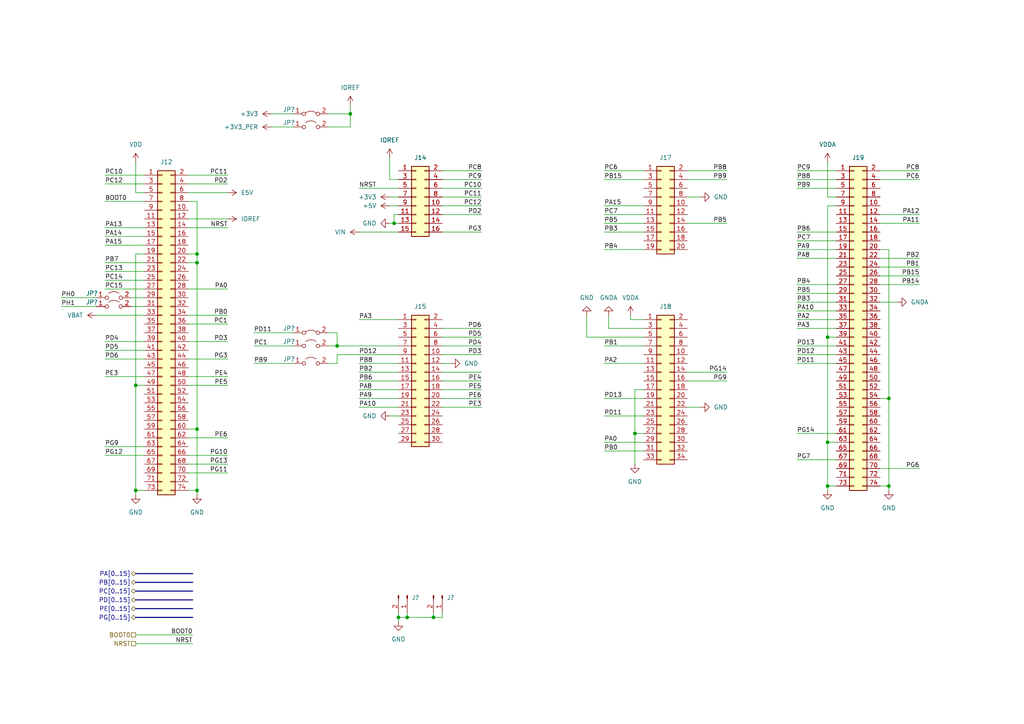
<source format=kicad_sch>
(kicad_sch (version 20230121) (generator eeschema)
  (paper "A4")
  (lib_symbols
    (symbol "Connector:Conn_01x02_Pin" (pin_names (offset 1.016) hide)
      (property "Reference" "J" (at 0 2.54 0))
      (property "Value" "Conn_01x02_Pin" (at 0 -5.08 0))
      (symbol "Conn_01x02_Pin_1_1"
        (pin passive line (at 5.08 0 180) (length 3.81) (name "Pin_1") (number "1"))
        (pin passive line (at 5.08 -2.54 180) (length 3.81) (name "Pin_2") (number "2"))
      )
    )
    (symbol "Connector_Generic:Conn_02x08_Odd_Even" (pin_names (offset 1.016) hide)
      (property "Reference" "J" (at 1.27 10.16 0))
      (property "Value" "Conn_02x08_Odd_Even" (at 1.27 -12.7 0))
      (symbol "Conn_02x08_Odd_Even_1_1"
        (pin passive line (at -5.08 7.62 0) (length 3.81) (name "Pin_1") (number "1"))
        (pin passive line (at 7.62 -2.54 180) (length 3.81) (name "Pin_10") (number "10"))
        (pin passive line (at -5.08 -5.08 0) (length 3.81) (name "Pin_11") (number "11"))
        (pin passive line (at 7.62 -5.08 180) (length 3.81) (name "Pin_12") (number "12"))
        (pin passive line (at -5.08 -7.62 0) (length 3.81) (name "Pin_13") (number "13"))
        (pin passive line (at 7.62 -7.62 180) (length 3.81) (name "Pin_14") (number "14"))
        (pin passive line (at -5.08 -10.16 0) (length 3.81) (name "Pin_15") (number "15"))
        (pin passive line (at 7.62 -10.16 180) (length 3.81) (name "Pin_16") (number "16"))
        (pin passive line (at 7.62 7.62 180) (length 3.81) (name "Pin_2") (number "2"))
        (pin passive line (at -5.08 5.08 0) (length 3.81) (name "Pin_3") (number "3"))
        (pin passive line (at 7.62 5.08 180) (length 3.81) (name "Pin_4") (number "4"))
        (pin passive line (at -5.08 2.54 0) (length 3.81) (name "Pin_5") (number "5"))
        (pin passive line (at 7.62 2.54 180) (length 3.81) (name "Pin_6") (number "6"))
        (pin passive line (at -5.08 0 0) (length 3.81) (name "Pin_7") (number "7"))
        (pin passive line (at 7.62 0 180) (length 3.81) (name "Pin_8") (number "8"))
        (pin passive line (at -5.08 -2.54 0) (length 3.81) (name "Pin_9") (number "9"))
      )
    )
    (symbol "Connector_Generic:Conn_02x10_Odd_Even" (pin_names (offset 1.016) hide)
      (property "Reference" "J" (at 1.27 12.7 0))
      (property "Value" "Conn_02x10_Odd_Even" (at 1.27 -15.24 0))
      (symbol "Conn_02x10_Odd_Even_1_1"
        (pin passive line (at -5.08 10.16 0) (length 3.81) (name "Pin_1") (number "1"))
        (pin passive line (at 7.62 0 180) (length 3.81) (name "Pin_10") (number "10"))
        (pin passive line (at -5.08 -2.54 0) (length 3.81) (name "Pin_11") (number "11"))
        (pin passive line (at 7.62 -2.54 180) (length 3.81) (name "Pin_12") (number "12"))
        (pin passive line (at -5.08 -5.08 0) (length 3.81) (name "Pin_13") (number "13"))
        (pin passive line (at 7.62 -5.08 180) (length 3.81) (name "Pin_14") (number "14"))
        (pin passive line (at -5.08 -7.62 0) (length 3.81) (name "Pin_15") (number "15"))
        (pin passive line (at 7.62 -7.62 180) (length 3.81) (name "Pin_16") (number "16"))
        (pin passive line (at -5.08 -10.16 0) (length 3.81) (name "Pin_17") (number "17"))
        (pin passive line (at 7.62 -10.16 180) (length 3.81) (name "Pin_18") (number "18"))
        (pin passive line (at -5.08 -12.7 0) (length 3.81) (name "Pin_19") (number "19"))
        (pin passive line (at 7.62 10.16 180) (length 3.81) (name "Pin_2") (number "2"))
        (pin passive line (at 7.62 -12.7 180) (length 3.81) (name "Pin_20") (number "20"))
        (pin passive line (at -5.08 7.62 0) (length 3.81) (name "Pin_3") (number "3"))
        (pin passive line (at 7.62 7.62 180) (length 3.81) (name "Pin_4") (number "4"))
        (pin passive line (at -5.08 5.08 0) (length 3.81) (name "Pin_5") (number "5"))
        (pin passive line (at 7.62 5.08 180) (length 3.81) (name "Pin_6") (number "6"))
        (pin passive line (at -5.08 2.54 0) (length 3.81) (name "Pin_7") (number "7"))
        (pin passive line (at 7.62 2.54 180) (length 3.81) (name "Pin_8") (number "8"))
        (pin passive line (at -5.08 0 0) (length 3.81) (name "Pin_9") (number "9"))
      )
    )
    (symbol "Connector_Generic:Conn_02x15_Odd_Even" (pin_names (offset 1.016) hide)
      (property "Reference" "J" (at 1.27 20.32 0))
      (property "Value" "Conn_02x15_Odd_Even" (at 1.27 -20.32 0))
      (symbol "Conn_02x15_Odd_Even_1_1"
        (pin passive line (at -5.08 17.78 0) (length 3.81) (name "Pin_1") (number "1"))
        (pin passive line (at 7.62 7.62 180) (length 3.81) (name "Pin_10") (number "10"))
        (pin passive line (at -5.08 5.08 0) (length 3.81) (name "Pin_11") (number "11"))
        (pin passive line (at 7.62 5.08 180) (length 3.81) (name "Pin_12") (number "12"))
        (pin passive line (at -5.08 2.54 0) (length 3.81) (name "Pin_13") (number "13"))
        (pin passive line (at 7.62 2.54 180) (length 3.81) (name "Pin_14") (number "14"))
        (pin passive line (at -5.08 0 0) (length 3.81) (name "Pin_15") (number "15"))
        (pin passive line (at 7.62 0 180) (length 3.81) (name "Pin_16") (number "16"))
        (pin passive line (at -5.08 -2.54 0) (length 3.81) (name "Pin_17") (number "17"))
        (pin passive line (at 7.62 -2.54 180) (length 3.81) (name "Pin_18") (number "18"))
        (pin passive line (at -5.08 -5.08 0) (length 3.81) (name "Pin_19") (number "19"))
        (pin passive line (at 7.62 17.78 180) (length 3.81) (name "Pin_2") (number "2"))
        (pin passive line (at 7.62 -5.08 180) (length 3.81) (name "Pin_20") (number "20"))
        (pin passive line (at -5.08 -7.62 0) (length 3.81) (name "Pin_21") (number "21"))
        (pin passive line (at 7.62 -7.62 180) (length 3.81) (name "Pin_22") (number "22"))
        (pin passive line (at -5.08 -10.16 0) (length 3.81) (name "Pin_23") (number "23"))
        (pin passive line (at 7.62 -10.16 180) (length 3.81) (name "Pin_24") (number "24"))
        (pin passive line (at -5.08 -12.7 0) (length 3.81) (name "Pin_25") (number "25"))
        (pin passive line (at 7.62 -12.7 180) (length 3.81) (name "Pin_26") (number "26"))
        (pin passive line (at -5.08 -15.24 0) (length 3.81) (name "Pin_27") (number "27"))
        (pin passive line (at 7.62 -15.24 180) (length 3.81) (name "Pin_28") (number "28"))
        (pin passive line (at -5.08 -17.78 0) (length 3.81) (name "Pin_29") (number "29"))
        (pin passive line (at -5.08 15.24 0) (length 3.81) (name "Pin_3") (number "3"))
        (pin passive line (at 7.62 -17.78 180) (length 3.81) (name "Pin_30") (number "30"))
        (pin passive line (at 7.62 15.24 180) (length 3.81) (name "Pin_4") (number "4"))
        (pin passive line (at -5.08 12.7 0) (length 3.81) (name "Pin_5") (number "5"))
        (pin passive line (at 7.62 12.7 180) (length 3.81) (name "Pin_6") (number "6"))
        (pin passive line (at -5.08 10.16 0) (length 3.81) (name "Pin_7") (number "7"))
        (pin passive line (at 7.62 10.16 180) (length 3.81) (name "Pin_8") (number "8"))
        (pin passive line (at -5.08 7.62 0) (length 3.81) (name "Pin_9") (number "9"))
      )
    )
    (symbol "Connector_Generic:Conn_02x17_Odd_Even" (pin_names (offset 1.016) hide)
      (property "Reference" "J" (at 1.27 22.86 0))
      (property "Value" "Conn_02x17_Odd_Even" (at 1.27 -22.86 0))
      (symbol "Conn_02x17_Odd_Even_1_1"
        (pin passive line (at -5.08 20.32 0) (length 3.81) (name "Pin_1") (number "1"))
        (pin passive line (at 7.62 10.16 180) (length 3.81) (name "Pin_10") (number "10"))
        (pin passive line (at -5.08 7.62 0) (length 3.81) (name "Pin_11") (number "11"))
        (pin passive line (at 7.62 7.62 180) (length 3.81) (name "Pin_12") (number "12"))
        (pin passive line (at -5.08 5.08 0) (length 3.81) (name "Pin_13") (number "13"))
        (pin passive line (at 7.62 5.08 180) (length 3.81) (name "Pin_14") (number "14"))
        (pin passive line (at -5.08 2.54 0) (length 3.81) (name "Pin_15") (number "15"))
        (pin passive line (at 7.62 2.54 180) (length 3.81) (name "Pin_16") (number "16"))
        (pin passive line (at -5.08 0 0) (length 3.81) (name "Pin_17") (number "17"))
        (pin passive line (at 7.62 0 180) (length 3.81) (name "Pin_18") (number "18"))
        (pin passive line (at -5.08 -2.54 0) (length 3.81) (name "Pin_19") (number "19"))
        (pin passive line (at 7.62 20.32 180) (length 3.81) (name "Pin_2") (number "2"))
        (pin passive line (at 7.62 -2.54 180) (length 3.81) (name "Pin_20") (number "20"))
        (pin passive line (at -5.08 -5.08 0) (length 3.81) (name "Pin_21") (number "21"))
        (pin passive line (at 7.62 -5.08 180) (length 3.81) (name "Pin_22") (number "22"))
        (pin passive line (at -5.08 -7.62 0) (length 3.81) (name "Pin_23") (number "23"))
        (pin passive line (at 7.62 -7.62 180) (length 3.81) (name "Pin_24") (number "24"))
        (pin passive line (at -5.08 -10.16 0) (length 3.81) (name "Pin_25") (number "25"))
        (pin passive line (at 7.62 -10.16 180) (length 3.81) (name "Pin_26") (number "26"))
        (pin passive line (at -5.08 -12.7 0) (length 3.81) (name "Pin_27") (number "27"))
        (pin passive line (at 7.62 -12.7 180) (length 3.81) (name "Pin_28") (number "28"))
        (pin passive line (at -5.08 -15.24 0) (length 3.81) (name "Pin_29") (number "29"))
        (pin passive line (at -5.08 17.78 0) (length 3.81) (name "Pin_3") (number "3"))
        (pin passive line (at 7.62 -15.24 180) (length 3.81) (name "Pin_30") (number "30"))
        (pin passive line (at -5.08 -17.78 0) (length 3.81) (name "Pin_31") (number "31"))
        (pin passive line (at 7.62 -17.78 180) (length 3.81) (name "Pin_32") (number "32"))
        (pin passive line (at -5.08 -20.32 0) (length 3.81) (name "Pin_33") (number "33"))
        (pin passive line (at 7.62 -20.32 180) (length 3.81) (name "Pin_34") (number "34"))
        (pin passive line (at 7.62 17.78 180) (length 3.81) (name "Pin_4") (number "4"))
        (pin passive line (at -5.08 15.24 0) (length 3.81) (name "Pin_5") (number "5"))
        (pin passive line (at 7.62 15.24 180) (length 3.81) (name "Pin_6") (number "6"))
        (pin passive line (at -5.08 12.7 0) (length 3.81) (name "Pin_7") (number "7"))
        (pin passive line (at 7.62 12.7 180) (length 3.81) (name "Pin_8") (number "8"))
        (pin passive line (at -5.08 10.16 0) (length 3.81) (name "Pin_9") (number "9"))
      )
    )
    (symbol "Connector_Generic:Conn_02x37_Odd_Even" (pin_names (offset 1.016) hide)
      (property "Reference" "J" (at 1.27 48.26 0))
      (property "Value" "Conn_02x37_Odd_Even" (at 1.27 -48.26 0))
      (symbol "Conn_02x37_Odd_Even_1_1"
        (pin passive line (at -5.08 45.72 0) (length 3.81) (name "Pin_1") (number "1"))
        (pin passive line (at 7.62 35.56 180) (length 3.81) (name "Pin_10") (number "10"))
        (pin passive line (at -5.08 33.02 0) (length 3.81) (name "Pin_11") (number "11"))
        (pin passive line (at 7.62 33.02 180) (length 3.81) (name "Pin_12") (number "12"))
        (pin passive line (at -5.08 30.48 0) (length 3.81) (name "Pin_13") (number "13"))
        (pin passive line (at 7.62 30.48 180) (length 3.81) (name "Pin_14") (number "14"))
        (pin passive line (at -5.08 27.94 0) (length 3.81) (name "Pin_15") (number "15"))
        (pin passive line (at 7.62 27.94 180) (length 3.81) (name "Pin_16") (number "16"))
        (pin passive line (at -5.08 25.4 0) (length 3.81) (name "Pin_17") (number "17"))
        (pin passive line (at 7.62 25.4 180) (length 3.81) (name "Pin_18") (number "18"))
        (pin passive line (at -5.08 22.86 0) (length 3.81) (name "Pin_19") (number "19"))
        (pin passive line (at 7.62 45.72 180) (length 3.81) (name "Pin_2") (number "2"))
        (pin passive line (at 7.62 22.86 180) (length 3.81) (name "Pin_20") (number "20"))
        (pin passive line (at -5.08 20.32 0) (length 3.81) (name "Pin_21") (number "21"))
        (pin passive line (at 7.62 20.32 180) (length 3.81) (name "Pin_22") (number "22"))
        (pin passive line (at -5.08 17.78 0) (length 3.81) (name "Pin_23") (number "23"))
        (pin passive line (at 7.62 17.78 180) (length 3.81) (name "Pin_24") (number "24"))
        (pin passive line (at -5.08 15.24 0) (length 3.81) (name "Pin_25") (number "25"))
        (pin passive line (at 7.62 15.24 180) (length 3.81) (name "Pin_26") (number "26"))
        (pin passive line (at -5.08 12.7 0) (length 3.81) (name "Pin_27") (number "27"))
        (pin passive line (at 7.62 12.7 180) (length 3.81) (name "Pin_28") (number "28"))
        (pin passive line (at -5.08 10.16 0) (length 3.81) (name "Pin_29") (number "29"))
        (pin passive line (at -5.08 43.18 0) (length 3.81) (name "Pin_3") (number "3"))
        (pin passive line (at 7.62 10.16 180) (length 3.81) (name "Pin_30") (number "30"))
        (pin passive line (at -5.08 7.62 0) (length 3.81) (name "Pin_31") (number "31"))
        (pin passive line (at 7.62 7.62 180) (length 3.81) (name "Pin_32") (number "32"))
        (pin passive line (at -5.08 5.08 0) (length 3.81) (name "Pin_33") (number "33"))
        (pin passive line (at 7.62 5.08 180) (length 3.81) (name "Pin_34") (number "34"))
        (pin passive line (at -5.08 2.54 0) (length 3.81) (name "Pin_35") (number "35"))
        (pin passive line (at 7.62 2.54 180) (length 3.81) (name "Pin_36") (number "36"))
        (pin passive line (at -5.08 0 0) (length 3.81) (name "Pin_37") (number "37"))
        (pin passive line (at 7.62 0 180) (length 3.81) (name "Pin_38") (number "38"))
        (pin passive line (at -5.08 -2.54 0) (length 3.81) (name "Pin_39") (number "39"))
        (pin passive line (at 7.62 43.18 180) (length 3.81) (name "Pin_4") (number "4"))
        (pin passive line (at 7.62 -2.54 180) (length 3.81) (name "Pin_40") (number "40"))
        (pin passive line (at -5.08 -5.08 0) (length 3.81) (name "Pin_41") (number "41"))
        (pin passive line (at 7.62 -5.08 180) (length 3.81) (name "Pin_42") (number "42"))
        (pin passive line (at -5.08 -7.62 0) (length 3.81) (name "Pin_43") (number "43"))
        (pin passive line (at 7.62 -7.62 180) (length 3.81) (name "Pin_44") (number "44"))
        (pin passive line (at -5.08 -10.16 0) (length 3.81) (name "Pin_45") (number "45"))
        (pin passive line (at 7.62 -10.16 180) (length 3.81) (name "Pin_46") (number "46"))
        (pin passive line (at -5.08 -12.7 0) (length 3.81) (name "Pin_47") (number "47"))
        (pin passive line (at 7.62 -12.7 180) (length 3.81) (name "Pin_48") (number "48"))
        (pin passive line (at -5.08 -15.24 0) (length 3.81) (name "Pin_49") (number "49"))
        (pin passive line (at -5.08 40.64 0) (length 3.81) (name "Pin_5") (number "5"))
        (pin passive line (at 7.62 -15.24 180) (length 3.81) (name "Pin_50") (number "50"))
        (pin passive line (at -5.08 -17.78 0) (length 3.81) (name "Pin_51") (number "51"))
        (pin passive line (at 7.62 -17.78 180) (length 3.81) (name "Pin_52") (number "52"))
        (pin passive line (at -5.08 -20.32 0) (length 3.81) (name "Pin_53") (number "53"))
        (pin passive line (at 7.62 -20.32 180) (length 3.81) (name "Pin_54") (number "54"))
        (pin passive line (at -5.08 -22.86 0) (length 3.81) (name "Pin_55") (number "55"))
        (pin passive line (at 7.62 -22.86 180) (length 3.81) (name "Pin_56") (number "56"))
        (pin passive line (at -5.08 -25.4 0) (length 3.81) (name "Pin_57") (number "57"))
        (pin passive line (at 7.62 -25.4 180) (length 3.81) (name "Pin_58") (number "58"))
        (pin passive line (at -5.08 -27.94 0) (length 3.81) (name "Pin_59") (number "59"))
        (pin passive line (at 7.62 40.64 180) (length 3.81) (name "Pin_6") (number "6"))
        (pin passive line (at 7.62 -27.94 180) (length 3.81) (name "Pin_60") (number "60"))
        (pin passive line (at -5.08 -30.48 0) (length 3.81) (name "Pin_61") (number "61"))
        (pin passive line (at 7.62 -30.48 180) (length 3.81) (name "Pin_62") (number "62"))
        (pin passive line (at -5.08 -33.02 0) (length 3.81) (name "Pin_63") (number "63"))
        (pin passive line (at 7.62 -33.02 180) (length 3.81) (name "Pin_64") (number "64"))
        (pin passive line (at -5.08 -35.56 0) (length 3.81) (name "Pin_65") (number "65"))
        (pin passive line (at 7.62 -35.56 180) (length 3.81) (name "Pin_66") (number "66"))
        (pin passive line (at -5.08 -38.1 0) (length 3.81) (name "Pin_67") (number "67"))
        (pin passive line (at 7.62 -38.1 180) (length 3.81) (name "Pin_68") (number "68"))
        (pin passive line (at -5.08 -40.64 0) (length 3.81) (name "Pin_69") (number "69"))
        (pin passive line (at -5.08 38.1 0) (length 3.81) (name "Pin_7") (number "7"))
        (pin passive line (at 7.62 -40.64 180) (length 3.81) (name "Pin_70") (number "70"))
        (pin passive line (at -5.08 -43.18 0) (length 3.81) (name "Pin_71") (number "71"))
        (pin passive line (at 7.62 -43.18 180) (length 3.81) (name "Pin_72") (number "72"))
        (pin passive line (at -5.08 -45.72 0) (length 3.81) (name "Pin_73") (number "73"))
        (pin passive line (at 7.62 -45.72 180) (length 3.81) (name "Pin_74") (number "74"))
        (pin passive line (at 7.62 38.1 180) (length 3.81) (name "Pin_8") (number "8"))
        (pin passive line (at -5.08 35.56 0) (length 3.81) (name "Pin_9") (number "9"))
      )
    )
    (symbol "E5V_1" (power) (pin_names (offset 0))
      (property "Value" "E5V_1" (at 0 3.556 0))
      (symbol "E5V_1_1_1"
        (pin power_in line (at 0 0 90) (length 0) hide (name "E5V") (number "1"))
      )
    )
    (symbol "Jumper:Jumper_2_Bridged" (pin_names (offset 0) hide)
      (property "Reference" "JP" (at 0 1.905 0))
      (property "Value" "Jumper_2_Bridged" (at 0 -2.54 0))
      (symbol "Jumper_2_Bridged_1_1"
        (pin passive line (at -5.08 0 0) (length 2.54) (name "A") (number "1"))
        (pin passive line (at 5.08 0 180) (length 2.54) (name "B") (number "2"))
      )
    )
    (symbol "Jumper:Jumper_2_Open" (pin_names (offset 0) hide)
      (property "Reference" "JP" (at 0 2.794 0))
      (property "Value" "Jumper_2_Open" (at 0 -2.286 0))
      (symbol "Jumper_2_Open_1_1"
        (pin passive line (at -5.08 0 0) (length 2.54) (name "A") (number "1"))
        (pin passive line (at 5.08 0 180) (length 2.54) (name "B") (number "2"))
      )
    )
    (symbol "meshium_duo:+3V3_PER" (power) (pin_names (offset 0))
      (property "Value" "+3V3_PER" (at 0 3.556 0))
      (symbol "+3V3_PER_1_1"
        (pin power_in line (at 0 0 90) (length 0) hide (name "+3V3_PER") (number "1"))
      )
    )
    (symbol "meshium_duo:IOREF" (power) (pin_names (offset 0))
      (property "Value" "IOREF" (at 0 3.556 0))
      (symbol "IOREF_1_1"
        (pin power_in line (at 0 0 90) (length 0) hide (name "IOREF") (number "1"))
      )
    )
    (symbol "meshium_duo:VBAT" (power) (pin_names (offset 0))
      (property "Value" "VBAT" (at 0 3.556 0))
      (symbol "VBAT_1_1"
        (pin power_in line (at 0 0 90) (length 0) hide (name "VBAT") (number "1"))
      )
    )
    (symbol "meshium_duo:VIN" (power) (pin_names (offset 0))
      (property "Value" "VIN" (at 0 3.556 0))
      (symbol "VIN_1_1"
        (pin power_in line (at 0 0 90) (length 0) hide (name "VIN") (number "1"))
      )
    )
    (symbol "power:+3V3" (power) (pin_names (offset 0))
      (property "Value" "+3V3" (at 0 3.556 0))
      (symbol "+3V3_1_1"
        (pin power_in line (at 0 0 90) (length 0) hide (name "+3V3") (number "1"))
      )
    )
    (symbol "power:+5V" (power) (pin_names (offset 0))
      (property "Value" "+5V" (at 0 3.556 0))
      (symbol "+5V_1_1"
        (pin power_in line (at 0 0 90) (length 0) hide (name "+5V") (number "1"))
      )
    )
    (symbol "power:GND" (power) (pin_names (offset 0))
      (property "Value" "GND" (at 0 -3.81 0))
      (symbol "GND_1_1"
        (pin power_in line (at 0 0 270) (length 0) hide (name "GND") (number "1"))
      )
    )
    (symbol "power:GNDA" (power) (pin_names (offset 0))
      (property "Value" "GNDA" (at 0 -3.81 0))
      (symbol "GNDA_1_1"
        (pin power_in line (at 0 0 270) (length 0) hide (name "GNDA") (number "1"))
      )
    )
    (symbol "power:VDD" (power) (pin_names (offset 0))
      (property "Value" "VDD" (at 0 3.81 0))
      (symbol "VDD_1_1"
        (pin power_in line (at 0 0 90) (length 0) hide (name "VDD") (number "1"))
      )
    )
    (symbol "power:VDDA" (power) (pin_names (offset 0))
      (property "Value" "VDDA" (at 0 3.81 0))
      (symbol "VDDA_1_1"
        (pin power_in line (at 0 0 90) (length 0) hide (name "VDDA") (number "1"))
      )
    )
  )
  (junction (at 118.11 179.07))
  (junction (at 257.81 140.97))
  (junction (at 125.73 179.07))
  (junction (at 240.03 140.97))
  (junction (at 101.6 33.02))
  (junction (at 184.15 125.73))
  (junction (at 115.57 179.07))
  (junction (at 97.79 100.33))
  (junction (at 240.03 97.79))
  (junction (at 57.15 76.2))
  (junction (at 57.15 142.24))
  (junction (at 114.3 64.77))
  (junction (at 57.15 124.46))
  (junction (at 39.37 111.76))
  (junction (at 39.37 142.24))
  (junction (at 257.81 115.57))
  (junction (at 240.03 128.27))
  (junction (at 57.15 73.66))
  (wire (pts (xy 231.14 90.17) (xy 242.57 90.17)))
  (wire (pts (xy 30.48 129.54) (xy 41.91 129.54)))
  (wire (pts (xy 57.15 142.24) (xy 57.15 124.46)))
  (wire (pts (xy 17.78 88.9) (xy 27.94 88.9)))
  (wire (pts (xy 128.27 110.49) (xy 139.7 110.49)))
  (wire (pts (xy 182.88 91.44) (xy 182.88 92.71)))
  (wire (pts (xy 240.03 57.15) (xy 242.57 57.15)))
  (wire (pts (xy 255.27 74.93) (xy 266.7 74.93)))
  (wire (pts (xy 240.03 140.97) (xy 242.57 140.97)))
  (wire (pts (xy 54.61 124.46) (xy 57.15 124.46)))
  (wire (pts (xy 199.39 49.53) (xy 210.82 49.53)))
  (wire (pts (xy 199.39 118.11) (xy 203.2 118.11)))
  (wire (pts (xy 54.61 83.82) (xy 66.04 83.82)))
  (wire (pts (xy 182.88 92.71) (xy 186.69 92.71)))
  (wire (pts (xy 54.61 66.04) (xy 66.04 66.04)))
  (wire (pts (xy 255.27 77.47) (xy 266.7 77.47)))
  (wire (pts (xy 255.27 52.07) (xy 266.7 52.07)))
  (wire (pts (xy 255.27 62.23) (xy 266.7 62.23)))
  (wire (pts (xy 128.27 95.25) (xy 139.7 95.25)))
  (wire (pts (xy 39.37 111.76) (xy 39.37 142.24)))
  (wire (pts (xy 128.27 118.11) (xy 139.7 118.11)))
  (wire (pts (xy 54.61 109.22) (xy 66.04 109.22)))
  (wire (pts (xy 30.48 81.28) (xy 41.91 81.28)))
  (wire (pts (xy 54.61 134.62) (xy 66.04 134.62)))
  (wire (pts (xy 39.37 142.24) (xy 41.91 142.24)))
  (wire (pts (xy 113.03 57.15) (xy 115.57 57.15)))
  (wire (pts (xy 97.79 102.87) (xy 97.79 105.41)))
  (wire (pts (xy 39.37 73.66) (xy 39.37 111.76)))
  (wire (pts (xy 118.11 179.07) (xy 115.57 179.07)))
  (wire (pts (xy 184.15 125.73) (xy 184.15 134.62)))
  (wire (pts (xy 30.48 68.58) (xy 41.91 68.58)))
  (wire (pts (xy 128.27 107.95) (xy 139.7 107.95)))
  (wire (pts (xy 240.03 59.69) (xy 240.03 97.79)))
  (wire (pts (xy 125.73 177.8) (xy 125.73 179.07)))
  (wire (pts (xy 128.27 179.07) (xy 128.27 177.8)))
  (wire (pts (xy 54.61 137.16) (xy 66.04 137.16)))
  (wire (pts (xy 30.48 76.2) (xy 41.91 76.2)))
  (wire (pts (xy 30.48 50.8) (xy 41.91 50.8)))
  (wire (pts (xy 255.27 49.53) (xy 266.7 49.53)))
  (wire (pts (xy 30.48 78.74) (xy 41.91 78.74)))
  (wire (pts (xy 115.57 179.07) (xy 115.57 180.34)))
  (wire (pts (xy 113.03 64.77) (xy 114.3 64.77)))
  (wire (pts (xy 30.48 101.6) (xy 41.91 101.6)))
  (wire (pts (xy 101.6 33.02) (xy 101.6 36.83)))
  (wire (pts (xy 175.26 130.81) (xy 186.69 130.81)))
  (wire (pts (xy 73.66 96.52) (xy 85.09 96.52)))
  (wire (pts (xy 231.14 95.25) (xy 242.57 95.25)))
  (wire (pts (xy 255.27 140.97) (xy 257.81 140.97)))
  (wire (pts (xy 125.73 179.07) (xy 128.27 179.07)))
  (wire (pts (xy 39.37 46.99) (xy 39.37 55.88)))
  (wire (pts (xy 104.14 54.61) (xy 115.57 54.61)))
  (wire (pts (xy 95.25 33.02) (xy 101.6 33.02)))
  (wire (pts (xy 30.48 71.12) (xy 41.91 71.12)))
  (wire (pts (xy 78.74 33.02) (xy 85.09 33.02)))
  (wire (pts (xy 240.03 140.97) (xy 240.03 142.24)))
  (wire (pts (xy 231.14 92.71) (xy 242.57 92.71)))
  (wire (pts (xy 231.14 54.61) (xy 242.57 54.61)))
  (wire (pts (xy 38.1 88.9) (xy 41.91 88.9)))
  (wire (pts (xy 231.14 72.39) (xy 242.57 72.39)))
  (wire (pts (xy 128.27 115.57) (xy 139.7 115.57)))
  (wire (pts (xy 97.79 102.87) (xy 115.57 102.87)))
  (wire (pts (xy 255.27 87.63) (xy 260.35 87.63)))
  (wire (pts (xy 54.61 76.2) (xy 57.15 76.2)))
  (wire (pts (xy 54.61 99.06) (xy 66.04 99.06)))
  (wire (pts (xy 57.15 124.46) (xy 57.15 76.2)))
  (wire (pts (xy 255.27 80.01) (xy 266.7 80.01)))
  (wire (pts (xy 54.61 50.8) (xy 66.04 50.8)))
  (wire (pts (xy 104.14 105.41) (xy 115.57 105.41)))
  (bus (pts (xy 39.37 168.91) (xy 55.88 168.91)))
  (bus (pts (xy 39.37 171.45) (xy 55.88 171.45)))
  (wire (pts (xy 240.03 46.99) (xy 240.03 57.15)))
  (wire (pts (xy 240.03 97.79) (xy 240.03 128.27)))
  (wire (pts (xy 231.14 74.93) (xy 242.57 74.93)))
  (wire (pts (xy 128.27 62.23) (xy 139.7 62.23)))
  (wire (pts (xy 54.61 73.66) (xy 57.15 73.66)))
  (bus (pts (xy 39.37 176.53) (xy 55.88 176.53)))
  (wire (pts (xy 199.39 57.15) (xy 203.2 57.15)))
  (wire (pts (xy 104.14 92.71) (xy 115.57 92.71)))
  (wire (pts (xy 257.81 115.57) (xy 257.81 72.39)))
  (wire (pts (xy 97.79 100.33) (xy 115.57 100.33)))
  (wire (pts (xy 175.26 115.57) (xy 186.69 115.57)))
  (wire (pts (xy 57.15 76.2) (xy 57.15 73.66)))
  (wire (pts (xy 54.61 55.88) (xy 66.04 55.88)))
  (wire (pts (xy 199.39 110.49) (xy 210.82 110.49)))
  (wire (pts (xy 170.18 97.79) (xy 170.18 91.44)))
  (wire (pts (xy 257.81 72.39) (xy 255.27 72.39)))
  (wire (pts (xy 184.15 125.73) (xy 186.69 125.73)))
  (wire (pts (xy 128.27 54.61) (xy 139.7 54.61)))
  (wire (pts (xy 30.48 99.06) (xy 41.91 99.06)))
  (wire (pts (xy 128.27 52.07) (xy 139.7 52.07)))
  (wire (pts (xy 130.81 105.41) (xy 128.27 105.41)))
  (wire (pts (xy 41.91 73.66) (xy 39.37 73.66)))
  (wire (pts (xy 128.27 49.53) (xy 139.7 49.53)))
  (wire (pts (xy 186.69 113.03) (xy 184.15 113.03)))
  (wire (pts (xy 255.27 115.57) (xy 257.81 115.57)))
  (wire (pts (xy 54.61 132.08) (xy 66.04 132.08)))
  (wire (pts (xy 104.14 107.95) (xy 115.57 107.95)))
  (wire (pts (xy 78.74 36.83) (xy 85.09 36.83)))
  (wire (pts (xy 231.14 69.85) (xy 242.57 69.85)))
  (wire (pts (xy 54.61 104.14) (xy 66.04 104.14)))
  (wire (pts (xy 57.15 58.42) (xy 54.61 58.42)))
  (wire (pts (xy 113.03 59.69) (xy 115.57 59.69)))
  (wire (pts (xy 128.27 59.69) (xy 139.7 59.69)))
  (wire (pts (xy 104.14 115.57) (xy 115.57 115.57)))
  (wire (pts (xy 57.15 73.66) (xy 57.15 58.42)))
  (bus (pts (xy 39.37 166.37) (xy 55.88 166.37)))
  (wire (pts (xy 38.1 86.36) (xy 41.91 86.36)))
  (wire (pts (xy 231.14 133.35) (xy 242.57 133.35)))
  (wire (pts (xy 39.37 186.69) (xy 55.88 186.69)))
  (wire (pts (xy 39.37 184.15) (xy 55.88 184.15)))
  (wire (pts (xy 199.39 64.77) (xy 210.82 64.77)))
  (wire (pts (xy 57.15 143.51) (xy 57.15 142.24)))
  (wire (pts (xy 175.26 49.53) (xy 186.69 49.53)))
  (wire (pts (xy 240.03 128.27) (xy 242.57 128.27)))
  (wire (pts (xy 255.27 135.89) (xy 266.7 135.89)))
  (wire (pts (xy 39.37 142.24) (xy 39.37 143.51)))
  (wire (pts (xy 255.27 82.55) (xy 266.7 82.55)))
  (wire (pts (xy 175.26 59.69) (xy 186.69 59.69)))
  (wire (pts (xy 54.61 63.5) (xy 66.04 63.5)))
  (wire (pts (xy 104.14 67.31) (xy 115.57 67.31)))
  (wire (pts (xy 231.14 52.07) (xy 242.57 52.07)))
  (wire (pts (xy 30.48 66.04) (xy 41.91 66.04)))
  (wire (pts (xy 115.57 62.23) (xy 114.3 62.23)))
  (wire (pts (xy 231.14 100.33) (xy 242.57 100.33)))
  (wire (pts (xy 101.6 30.48) (xy 101.6 33.02)))
  (wire (pts (xy 95.25 100.33) (xy 97.79 100.33)))
  (wire (pts (xy 128.27 100.33) (xy 139.7 100.33)))
  (wire (pts (xy 231.14 125.73) (xy 242.57 125.73)))
  (wire (pts (xy 240.03 128.27) (xy 240.03 140.97)))
  (bus (pts (xy 39.37 173.99) (xy 55.88 173.99)))
  (wire (pts (xy 30.48 132.08) (xy 41.91 132.08)))
  (wire (pts (xy 54.61 142.24) (xy 57.15 142.24)))
  (wire (pts (xy 186.69 95.25) (xy 176.53 95.25)))
  (wire (pts (xy 128.27 97.79) (xy 139.7 97.79)))
  (wire (pts (xy 175.26 105.41) (xy 186.69 105.41)))
  (wire (pts (xy 95.25 36.83) (xy 101.6 36.83)))
  (wire (pts (xy 113.03 45.72) (xy 113.03 52.07)))
  (wire (pts (xy 128.27 57.15) (xy 139.7 57.15)))
  (wire (pts (xy 175.26 52.07) (xy 186.69 52.07)))
  (wire (pts (xy 104.14 113.03) (xy 115.57 113.03)))
  (wire (pts (xy 104.14 110.49) (xy 115.57 110.49)))
  (wire (pts (xy 30.48 53.34) (xy 41.91 53.34)))
  (bus (pts (xy 39.37 179.07) (xy 55.88 179.07)))
  (wire (pts (xy 186.69 97.79) (xy 170.18 97.79)))
  (wire (pts (xy 255.27 64.77) (xy 266.7 64.77)))
  (wire (pts (xy 30.48 83.82) (xy 41.91 83.82)))
  (wire (pts (xy 17.78 86.36) (xy 27.94 86.36)))
  (wire (pts (xy 39.37 111.76) (xy 41.91 111.76)))
  (wire (pts (xy 184.15 113.03) (xy 184.15 125.73)))
  (wire (pts (xy 54.61 93.98) (xy 66.04 93.98)))
  (wire (pts (xy 175.26 128.27) (xy 186.69 128.27)))
  (wire (pts (xy 95.25 96.52) (xy 97.79 96.52)))
  (wire (pts (xy 175.26 67.31) (xy 186.69 67.31)))
  (wire (pts (xy 27.94 91.44) (xy 41.91 91.44)))
  (wire (pts (xy 231.14 49.53) (xy 242.57 49.53)))
  (wire (pts (xy 114.3 62.23) (xy 114.3 64.77)))
  (wire (pts (xy 176.53 95.25) (xy 176.53 91.44)))
  (wire (pts (xy 95.25 105.41) (xy 97.79 105.41)))
  (wire (pts (xy 231.14 67.31) (xy 242.57 67.31)))
  (wire (pts (xy 128.27 102.87) (xy 139.7 102.87)))
  (wire (pts (xy 104.14 118.11) (xy 115.57 118.11)))
  (wire (pts (xy 30.48 58.42) (xy 41.91 58.42)))
  (wire (pts (xy 199.39 107.95) (xy 210.82 107.95)))
  (wire (pts (xy 114.3 64.77) (xy 115.57 64.77)))
  (wire (pts (xy 231.14 82.55) (xy 242.57 82.55)))
  (wire (pts (xy 175.26 64.77) (xy 186.69 64.77)))
  (wire (pts (xy 73.66 105.41) (xy 85.09 105.41)))
  (wire (pts (xy 257.81 142.24) (xy 257.81 140.97)))
  (wire (pts (xy 175.26 72.39) (xy 186.69 72.39)))
  (wire (pts (xy 73.66 100.33) (xy 85.09 100.33)))
  (wire (pts (xy 54.61 53.34) (xy 66.04 53.34)))
  (wire (pts (xy 231.14 102.87) (xy 242.57 102.87)))
  (wire (pts (xy 118.11 177.8) (xy 118.11 179.07)))
  (wire (pts (xy 257.81 140.97) (xy 257.81 115.57)))
  (wire (pts (xy 118.11 179.07) (xy 125.73 179.07)))
  (wire (pts (xy 175.26 62.23) (xy 186.69 62.23)))
  (wire (pts (xy 199.39 52.07) (xy 210.82 52.07)))
  (wire (pts (xy 242.57 59.69) (xy 240.03 59.69)))
  (wire (pts (xy 30.48 109.22) (xy 41.91 109.22)))
  (wire (pts (xy 54.61 111.76) (xy 66.04 111.76)))
  (wire (pts (xy 30.48 104.14) (xy 41.91 104.14)))
  (wire (pts (xy 54.61 91.44) (xy 66.04 91.44)))
  (wire (pts (xy 231.14 87.63) (xy 242.57 87.63)))
  (wire (pts (xy 175.26 120.65) (xy 186.69 120.65)))
  (wire (pts (xy 231.14 105.41) (xy 242.57 105.41)))
  (wire (pts (xy 115.57 179.07) (xy 115.57 177.8)))
  (wire (pts (xy 54.61 127) (xy 66.04 127)))
  (wire (pts (xy 128.27 113.03) (xy 139.7 113.03)))
  (wire (pts (xy 175.26 100.33) (xy 186.69 100.33)))
  (wire (pts (xy 97.79 96.52) (xy 97.79 100.33)))
  (wire (pts (xy 39.37 55.88) (xy 41.91 55.88)))
  (wire (pts (xy 113.03 52.07) (xy 115.57 52.07)))
  (wire (pts (xy 128.27 67.31) (xy 139.7 67.31)))
  (wire (pts (xy 231.14 85.09) (xy 242.57 85.09)))
  (wire (pts (xy 113.03 120.65) (xy 115.57 120.65)))
  (wire (pts (xy 240.03 97.79) (xy 242.57 97.79)))
  (label "PB3" (at 231.14 87.63 0))
  (label "PC15" (at 30.48 83.82 0))
  (label "PE3" (at 139.7 118.11 180))
  (label "PB6" (at 231.14 67.31 0))
  (label "PC6" (at 266.7 52.07 180))
  (label "PC7" (at 231.14 69.85 0))
  (label "PG7" (at 231.14 133.35 0))
  (label "PD12" (at 104.14 102.87 0))
  (label "PD12" (at 231.14 102.87 0))
  (label "PA2" (at 231.14 92.71 0))
  (label "PE6" (at 139.7 115.57 180))
  (label "PC1" (at 66.04 93.98 180))
  (label "PG14" (at 231.14 125.73 0))
  (label "PG10" (at 66.04 132.08 180))
  (label "PB1" (at 266.7 77.47 180))
  (label "PC6" (at 175.26 49.53 0))
  (label "PB15" (at 266.7 80.01 180))
  (label "PB2" (at 266.7 74.93 180))
  (label "PG13" (at 66.04 134.62 180))
  (label "PB5" (at 210.82 64.77 180))
  (label "PA15" (at 30.48 71.12 0))
  (label "PB6" (at 104.14 110.49 0))
  (label "PD13" (at 175.26 115.57 0))
  (label "PB1" (at 175.26 100.33 0))
  (label "PG3" (at 66.04 104.14 180))
  (label "PA3" (at 104.14 92.71 0))
  (label "PA0" (at 175.26 128.27 0))
  (label "PC11" (at 139.7 57.15 180))
  (label "PD5" (at 30.48 101.6 0))
  (label "PB2" (at 104.14 107.95 0))
  (label "PD13" (at 231.14 100.33 0))
  (label "PA8" (at 104.14 113.03 0))
  (label "PE5" (at 139.7 113.03 180))
  (label "PB5" (at 231.14 85.09 0))
  (label "NRST" (at 104.14 54.61 0))
  (label "PE4" (at 66.04 109.22 180))
  (label "PE4" (at 139.7 110.49 180))
  (label "BOOT0" (at 30.48 58.42 0))
  (label "PE3" (at 30.48 109.22 0))
  (label "PB7" (at 30.48 76.2 0))
  (label "PB8" (at 104.14 105.41 0))
  (label "PB9" (at 210.82 52.07 180))
  (label "PC1" (at 73.66 100.33 0))
  (label "NRST" (at 66.04 66.04 180))
  (label "PD11" (at 175.26 120.65 0))
  (label "PD6" (at 139.7 95.25 180))
  (label "PB8" (at 210.82 49.53 180))
  (label "PA2" (at 175.26 105.41 0))
  (label "PG14" (at 210.82 107.95 180))
  (label "PG12" (at 30.48 132.08 0))
  (label "PA10" (at 231.14 90.17 0))
  (label "PC8" (at 266.7 49.53 180))
  (label "PA15" (at 175.26 59.69 0))
  (label "PA0" (at 66.04 83.82 180))
  (label "PB3" (at 175.26 67.31 0))
  (label "PC7" (at 175.26 62.23 0))
  (label "PG9" (at 30.48 129.54 0))
  (label "PC10" (at 30.48 50.8 0))
  (label "PD5" (at 139.7 97.79 180))
  (label "PC12" (at 139.7 59.69 180))
  (label "PD6" (at 30.48 104.14 0))
  (label "PA11" (at 266.7 64.77 180))
  (label "PA9" (at 231.14 72.39 0))
  (label "PH0" (at 17.78 86.36 0))
  (label "PB0" (at 66.04 91.44 180))
  (label "PD11" (at 231.14 105.41 0))
  (label "PD4" (at 139.7 100.33 180))
  (label "PA14" (at 30.48 68.58 0))
  (label "PB4" (at 175.26 72.39 0))
  (label "PC9" (at 139.7 52.07 180))
  (label "PC12" (at 30.48 53.34 0))
  (label "PB15" (at 175.26 52.07 0))
  (label "PA12" (at 266.7 62.23 180))
  (label "PD2" (at 139.7 62.23 180))
  (label "PC14" (at 30.48 81.28 0))
  (label "PB9" (at 231.14 54.61 0))
  (label "PB0" (at 175.26 130.81 0))
  (label "PG3" (at 139.7 67.31 180))
  (label "PC9" (at 231.14 49.53 0))
  (label "PE6" (at 66.04 127 180))
  (label "BOOT0" (at 55.88 184.15 180))
  (label "PE5" (at 66.04 111.76 180))
  (label "PG6" (at 266.7 135.89 180))
  (label "PB9" (at 73.66 105.41 0))
  (label "PB5" (at 175.26 64.77 0))
  (label "PB8" (at 231.14 52.07 0))
  (label "PD4" (at 30.48 99.06 0))
  (label "PA8" (at 231.14 74.93 0))
  (label "PD3" (at 66.04 99.06 180))
  (label "PA9" (at 104.14 115.57 0))
  (label "PG9" (at 210.82 110.49 180))
  (label "PC8" (at 139.7 49.53 180))
  (label "PB4" (at 231.14 82.55 0))
  (label "PD11" (at 73.66 96.52 0))
  (label "PC11" (at 66.04 50.8 180))
  (label "PG11" (at 66.04 137.16 180))
  (label "NRST" (at 55.88 186.69 180))
  (label "PA13" (at 30.48 66.04 0))
  (label "PD3" (at 139.7 102.87 180))
  (label "PB14" (at 266.7 82.55 180))
  (label "PH1" (at 17.78 88.9 0))
  (label "PA3" (at 231.14 95.25 0))
  (label "PD2" (at 66.04 53.34 180))
  (label "PC10" (at 139.7 54.61 180))
  (label "PA10" (at 104.14 118.11 0))
  (label "PC13" (at 30.48 78.74 0))
  (hierarchical_label "PC[0..15]" (shape bidirectional) (at 39.37 171.45 180))
  (hierarchical_label "BOOT0" (shape passive) (at 39.37 184.15 180))
  (hierarchical_label "PD[0..15]" (shape bidirectional) (at 39.37 173.99 180))
  (hierarchical_label "PE[0..15]" (shape bidirectional) (at 39.37 176.53 180))
  (hierarchical_label "NRST" (shape passive) (at 39.37 186.69 180))
  (hierarchical_label "PG[0..15]" (shape bidirectional) (at 39.37 179.07 180))
  (hierarchical_label "PB[0..15]" (shape bidirectional) (at 39.37 168.91 180))
  (hierarchical_label "PA[0..15]" (shape bidirectional) (at 39.37 166.37 180))
  (symbol (lib_id "meshium_duo:VBAT") (at 27.94 91.44 90) (unit 1)
    (property "Reference" "#PWR0123" (effects hide))
    (property "Value" "VBAT" (at 24.13 91.44 90) (effects (justify left)))
  )
  (symbol (lib_id "power:GNDA") (at 176.53 91.44 180) (unit 1)
    (property "Reference" "#PWR0141" (effects hide))
    (property "Value" "GNDA" (at 176.53 86.36 0))
  )
  (symbol (lib_id "power:GND") (at 113.03 120.65 270) (unit 1)
    (property "Reference" "#PWR0137" (effects hide))
    (property "Value" "GND" (at 109.22 120.65 90) (effects (justify right)))
  )
  (symbol (lib_id "power:+5V") (at 113.03 59.69 90) (unit 1)
    (property "Reference" "#PWR0135" (effects hide))
    (property "Value" "+5V" (at 109.22 59.69 90) (effects (justify left)))
  )
  (symbol (lib_id "meshium_duo:+3V3_PER") (at 78.74 36.83 90) (unit 1)
    (property "Reference" "#PWR091" (effects hide))
    (property "Value" "+3V3_PER" (at 74.93 36.83 90) (effects (justify left)))
  )
  (symbol (lib_id "Connector_Generic:Conn_02x37_Odd_Even") (at 247.65 95.25 0) (unit 1)
    (property "Reference" "J19" (at 248.92 45.72 0))
    (property "Value" "Conn_02x37_Odd_Even" (effects hide))
    (property "Footprint" "Connector_PinHeader_2.54mm:PinHeader_2x37_P2.54mm_Vertical" (effects hide))
  )
  (symbol (lib_id "Connector_Generic:Conn_02x37_Odd_Even") (at 46.99 96.52 0) (unit 1)
    (property "Reference" "J12" (at 48.26 46.99 0))
    (property "Value" "Conn_02x37_Odd_Even" (effects hide))
    (property "Footprint" "Connector_PinHeader_2.54mm:PinHeader_2x37_P2.54mm_Vertical" (effects hide))
  )
  (symbol (lib_id "power:GND") (at 203.2 118.11 90) (unit 1)
    (property "Reference" "#PWR0145" (effects hide))
    (property "Value" "GND" (at 207.01 118.11 90) (effects (justify right)))
  )
  (symbol (lib_id "power:VDDA") (at 182.88 91.44 0) (unit 1)
    (property "Reference" "#PWR0142" (effects hide))
    (property "Value" "VDDA" (at 182.88 86.36 0))
  )
  (symbol (lib_id "power:+3V3") (at 78.74 33.02 90) (unit 1)
    (property "Reference" "#PWR0129" (effects hide))
    (property "Value" "+3V3" (at 74.93 33.02 90) (effects (justify left)))
  )
  (symbol (lib_id "meshium_duo:IOREF") (at 101.6 30.48 0) (unit 1)
    (property "Reference" "#PWR0131" (effects hide))
    (property "Value" "IOREF" (at 101.6 25.4 0))
  )
  (symbol (lib_id "power:VDD") (at 39.37 46.99 0) (unit 1)
    (property "Reference" "#PWR0124" (effects hide))
    (property "Value" "VDD" (at 39.37 41.91 0))
  )
  (symbol (lib_id "Jumper:Jumper_2_Open") (at 33.02 86.36 0) (unit 1)
    (property "Reference" "JP?" (at 26.67 85.09 0))
    (property "Value" "Jumper_2_Open" (effects hide))
    (property "Footprint" "Jumper:SolderJumper-2_P1.3mm_Open_TrianglePad1.0x1.5mm" (effects hide))
    (instances (project "meshium_duo" (path "" (reference "JP?") (unit 1)) (path "" (reference "JP41") (unit 1))))
  )
  (symbol (lib_id "meshium_duo:VIN") (at 104.14 67.31 90) (unit 1)
    (property "Reference" "#PWR089" (effects hide))
    (property "Value" "VIN" (at 100.33 67.31 90) (effects (justify left)))
  )
  (symbol (lib_id "power:GND") (at 184.15 134.62 0) (unit 1)
    (property "Reference" "#PWR0143" (effects hide))
    (property "Value" "GND" (at 184.15 139.7 0))
  )
  (symbol (lib_id "Connector:Conn_01x02_Pin") (at 128.27 172.72 270) (unit 1)
    (property "Reference" "J?" (at 129.54 173.355 90) (effects (justify left)))
    (property "Value" "Conn_01x02_Pin" (effects hide))
    (property "Footprint" "Connector_PinHeader_2.54mm:PinHeader_1x02_P2.54mm_Vertical" (effects hide))
    (instances (project "meshium_duo" (path "" (reference "J?") (unit 1)) (path "" (reference "J?") (unit 1)) (path "" (reference "J16") (unit 1))))
  )
  (symbol (lib_id "power:GNDA") (at 260.35 87.63 90) (unit 1)
    (property "Reference" "#PWR0149" (effects hide))
    (property "Value" "GNDA" (at 264.16 87.63 90) (effects (justify right)))
  )
  (symbol (lib_id "power:GND") (at 170.18 91.44 180) (unit 1)
    (property "Reference" "#PWR0140" (effects hide))
    (property "Value" "GND" (at 170.18 86.36 0))
  )
  (symbol (lib_id "Connector_Generic:Conn_02x17_Odd_Even") (at 191.77 113.03 0) (unit 1)
    (property "Reference" "J18" (at 193.04 88.9 0))
    (property "Value" "Conn_02x17_Odd_Even" (effects hide))
    (property "Footprint" "Connector_PinHeader_2.54mm:PinHeader_2x16_P2.54mm_Vertical" (effects hide))
  )
  (symbol (lib_name "E5V_1") (lib_id "meshium_duo:E5V") (at 66.04 55.88 270) (unit 1)
    (property "Reference" "#PWR087" (effects hide))
    (property "Value" "E5V" (at 69.85 55.88 90) (effects (justify left)))
  )
  (symbol (lib_id "meshium_duo:IOREF") (at 113.03 45.72 0) (unit 1)
    (property "Reference" "#PWR0133" (effects hide))
    (property "Value" "IOREF" (at 113.03 40.64 0))
  )
  (symbol (lib_id "meshium_duo:IOREF") (at 66.04 63.5 270) (unit 1)
    (property "Reference" "#PWR0128" (effects hide))
    (property "Value" "IOREF" (at 69.85 63.5 90) (effects (justify left)))
  )
  (symbol (lib_id "Jumper:Jumper_2_Bridged") (at 90.17 96.52 0) (unit 1)
    (property "Reference" "JP?" (at 83.82 95.25 0))
    (property "Value" "Jumper_2_Bridged" (effects hide))
    (property "Footprint" "Jumper:SolderJumper-2_P1.3mm_Open_TrianglePad1.0x1.5mm" (effects hide))
    (instances (project "meshium_duo" (path "" (reference "JP?") (unit 1)) (path "" (reference "JP45") (unit 1))))
  )
  (symbol (lib_id "power:GND") (at 203.2 57.15 90) (unit 1)
    (property "Reference" "#PWR0144" (effects hide))
    (property "Value" "GND" (at 207.01 57.15 90) (effects (justify right)))
  )
  (symbol (lib_id "power:GND") (at 57.15 143.51 0) (unit 1)
    (property "Reference" "#PWR0126" (effects hide))
    (property "Value" "GND" (at 57.15 148.59 0))
  )
  (symbol (lib_id "power:GND") (at 240.03 142.24 0) (unit 1)
    (property "Reference" "#PWR0147" (effects hide))
    (property "Value" "GND" (at 240.03 147.32 0))
  )
  (symbol (lib_id "power:GND") (at 113.03 64.77 270) (unit 1)
    (property "Reference" "#PWR0136" (effects hide))
    (property "Value" "GND" (at 109.22 64.77 90) (effects (justify right)))
  )
  (symbol (lib_id "power:GND") (at 115.57 180.34 0) (unit 1)
    (property "Reference" "#PWR?" (effects hide))
    (property "Value" "GND" (at 115.57 185.42 0))
    (instances (project "meshium_duo" (path "" (reference "#PWR?") (unit 1)) (path "" (reference "#PWR0138") (unit 1))))
  )
  (symbol (lib_id "power:VDDA") (at 240.03 46.99 0) (unit 1)
    (property "Reference" "#PWR0146" (effects hide))
    (property "Value" "VDDA" (at 240.03 41.91 0))
  )
  (symbol (lib_id "power:+3V3") (at 113.03 57.15 90) (unit 1)
    (property "Reference" "#PWR0134" (effects hide))
    (property "Value" "+3V3" (at 109.22 57.15 90) (effects (justify left)))
  )
  (symbol (lib_id "Jumper:Jumper_2_Bridged") (at 90.17 33.02 0) (unit 1)
    (property "Reference" "JP?" (at 83.82 31.75 0))
    (property "Value" "Jumper_2_Bridged" (effects hide))
    (property "Footprint" "Jumper:SolderJumper-2_P1.3mm_Open_TrianglePad1.0x1.5mm" (effects hide))
    (instances (project "meshium_duo" (path "" (reference "JP?") (unit 1)) (path "" (reference "JP43") (unit 1))))
  )
  (symbol (lib_id "Jumper:Jumper_2_Open") (at 33.02 88.9 0) (unit 1)
    (property "Reference" "JP?" (at 26.67 87.63 0))
    (property "Value" "Jumper_2_Open" (effects hide))
    (property "Footprint" "Jumper:SolderJumper-2_P1.3mm_Open_TrianglePad1.0x1.5mm" (effects hide))
    (instances (project "meshium_duo" (path "" (reference "JP?") (unit 1)) (path "" (reference "JP42") (unit 1))))
  )
  (symbol (lib_id "Connector_Generic:Conn_02x08_Odd_Even") (at 120.65 57.15 0) (unit 1)
    (property "Reference" "J14" (at 121.92 45.72 0))
    (property "Value" "Conn_02x08_Odd_Even" (effects hide))
    (property "Footprint" "Connector_PinHeader_2.54mm:PinHeader_2x08_P2.54mm_Vertical" (effects hide))
  )
  (symbol (lib_id "Connector_Generic:Conn_02x10_Odd_Even") (at 191.77 59.69 0) (unit 1)
    (property "Reference" "J17" (at 193.04 45.72 0))
    (property "Value" "Conn_02x10_Odd_Even" (effects hide))
    (property "Footprint" "Connector_PinHeader_2.54mm:PinHeader_2x10_P2.54mm_Vertical" (effects hide))
  )
  (symbol (lib_id "Connector_Generic:Conn_02x15_Odd_Even") (at 120.65 110.49 0) (unit 1)
    (property "Reference" "J15" (at 121.92 88.9 0))
    (property "Value" "Conn_02x15_Odd_Even" (effects hide))
    (property "Footprint" "Connector_PinHeader_2.54mm:PinHeader_2x15_P2.54mm_Vertical" (effects hide))
  )
  (symbol (lib_id "Jumper:Jumper_2_Open") (at 90.17 105.41 0) (unit 1)
    (property "Reference" "JP?" (at 83.82 104.14 0))
    (property "Value" "Jumper_2_Open" (effects hide))
    (property "Footprint" "Jumper:SolderJumper-2_P1.3mm_Open_TrianglePad1.0x1.5mm" (effects hide))
    (instances (project "meshium_duo" (path "" (reference "JP?") (unit 1)) (path "" (reference "JP47") (unit 1))))
  )
  (symbol (lib_id "power:GND") (at 39.37 143.51 0) (unit 1)
    (property "Reference" "#PWR0125" (effects hide))
    (property "Value" "GND" (at 39.37 148.59 0))
  )
  (symbol (lib_id "power:GND") (at 257.81 142.24 0) (unit 1)
    (property "Reference" "#PWR0148" (effects hide))
    (property "Value" "GND" (at 257.81 147.32 0))
  )
  (symbol (lib_id "Connector:Conn_01x02_Pin") (at 118.11 172.72 270) (unit 1)
    (property "Reference" "J?" (at 119.38 173.355 90) (effects (justify left)))
    (property "Value" "Conn_01x02_Pin" (effects hide))
    (property "Footprint" "Connector_PinHeader_2.54mm:PinHeader_1x02_P2.54mm_Vertical" (effects hide))
    (instances (project "meshium_duo" (path "" (reference "J?") (unit 1)) (path "" (reference "J?") (unit 1)) (path "" (reference "J13") (unit 1))))
  )
  (symbol (lib_id "Jumper:Jumper_2_Open") (at 90.17 36.83 0) (unit 1)
    (property "Reference" "JP?" (at 83.82 35.56 0))
    (property "Value" "Jumper_2_Open" (effects hide))
    (property "Footprint" "Jumper:SolderJumper-2_P1.3mm_Open_TrianglePad1.0x1.5mm" (effects hide))
    (instances (project "meshium_duo" (path "" (reference "JP?") (unit 1)) (path "" (reference "JP44") (unit 1))))
  )
  (symbol (lib_id "power:GND") (at 130.81 105.41 90) (mirror x) (unit 1)
    (property "Reference" "#PWR0139" (effects hide))
    (property "Value" "GND" (at 134.62 105.41 90) (effects (justify right)))
  )
  (symbol (lib_id "Jumper:Jumper_2_Open") (at 90.17 100.33 0) (unit 1)
    (property "Reference" "JP?" (at 83.82 99.06 0))
    (property "Value" "Jumper_2_Open" (effects hide))
    (property "Footprint" "Jumper:SolderJumper-2_P1.3mm_Open_TrianglePad1.0x1.5mm" (effects hide))
    (instances (project "meshium_duo" (path "" (reference "JP?") (unit 1)) (path "" (reference "JP46") (unit 1))))
  )
)
</source>
